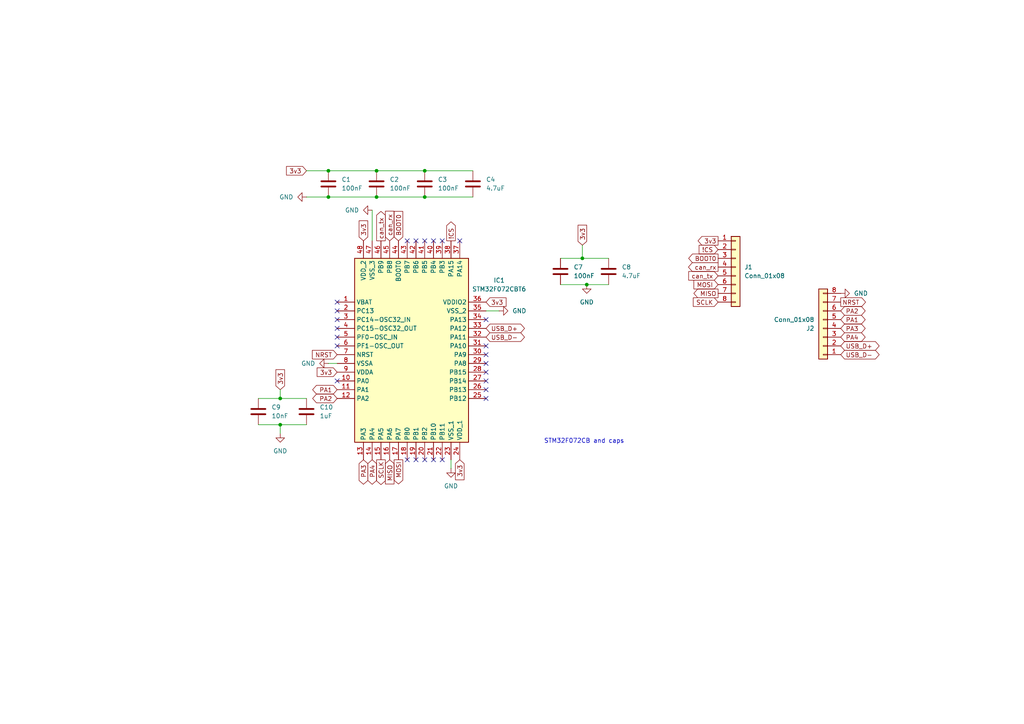
<source format=kicad_sch>
(kicad_sch (version 20250114) (generator "eeschema") (generator_version "9.0")
  (paper "A4")
  (lib_symbols
    (symbol "05-can_encoder:STM32F072CBT6"
      (property "Reference" "IC" (at 39.37 17.78 0))
      (property "Value" "STM32F072CBT6" (at 39.37 15.24 0))
      (symbol "STM32F072CBT6_1_1"
        (rectangle (start 5.08 12.7) (end 38.1 -40.64) (stroke (width 0.254)) (fill (type background)))
        (pin passive line (at 0 0 0) (length 5.08) (name "VBAT") (number "1"))
        (pin passive line (at 0 -2.54 0) (length 5.08) (name "PC13") (number "2"))
        (pin passive line (at 0 -5.08 0) (length 5.08) (name "PC14-OSC32_IN") (number "3"))
        (pin passive line (at 0 -7.62 0) (length 5.08) (name "PC15-OSC32_OUT") (number "4"))
        (pin passive line (at 0 -10.16 0) (length 5.08) (name "PF0-OSC_IN") (number "5"))
        (pin passive line (at 0 -12.7 0) (length 5.08) (name "PF1-OSC_OUT") (number "6"))
        (pin passive line (at 0 -15.24 0) (length 5.08) (name "NRST") (number "7"))
        (pin passive line (at 0 -17.78 0) (length 5.08) (name "VSSA") (number "8"))
        (pin passive line (at 0 -20.32 0) (length 5.08) (name "VDDA") (number "9"))
        (pin passive line (at 0 -22.86 0) (length 5.08) (name "PA0") (number "10"))
        (pin passive line (at 0 -25.4 0) (length 5.08) (name "PA1") (number "11"))
        (pin passive line (at 0 -27.94 0) (length 5.08) (name "PA2") (number "12"))
        (pin passive line (at 7.62 17.78 270) (length 5.08) (name "VDD_2") (number "48"))
        (pin passive line (at 7.62 -45.72 90) (length 5.08) (name "PA3") (number "13"))
        (pin passive line (at 10.16 17.78 270) (length 5.08) (name "VSS_3") (number "47"))
        (pin passive line (at 10.16 -45.72 90) (length 5.08) (name "PA4") (number "14"))
        (pin passive line (at 12.7 17.78 270) (length 5.08) (name "PB9") (number "46"))
        (pin passive line (at 12.7 -45.72 90) (length 5.08) (name "PA5") (number "15"))
        (pin passive line (at 15.24 17.78 270) (length 5.08) (name "PB8") (number "45"))
        (pin passive line (at 15.24 -45.72 90) (length 5.08) (name "PA6") (number "16"))
        (pin passive line (at 17.78 17.78 270) (length 5.08) (name "BOOT0") (number "44"))
        (pin passive line (at 17.78 -45.72 90) (length 5.08) (name "PA7") (number "17"))
        (pin passive line (at 20.32 17.78 270) (length 5.08) (name "PB7") (number "43"))
        (pin passive line (at 20.32 -45.72 90) (length 5.08) (name "PB0") (number "18"))
        (pin passive line (at 22.86 17.78 270) (length 5.08) (name "PB6") (number "42"))
        (pin passive line (at 22.86 -45.72 90) (length 5.08) (name "PB1") (number "19"))
        (pin passive line (at 25.4 17.78 270) (length 5.08) (name "PB5") (number "41"))
        (pin passive line (at 25.4 -45.72 90) (length 5.08) (name "PB2") (number "20"))
        (pin passive line (at 27.94 17.78 270) (length 5.08) (name "PB4") (number "40"))
        (pin passive line (at 27.94 -45.72 90) (length 5.08) (name "PB10") (number "21"))
        (pin passive line (at 30.48 17.78 270) (length 5.08) (name "PB3") (number "39"))
        (pin passive line (at 30.48 -45.72 90) (length 5.08) (name "PB11") (number "22"))
        (pin passive line (at 33.02 17.78 270) (length 5.08) (name "PA15") (number "38"))
        (pin passive line (at 33.02 -45.72 90) (length 5.08) (name "VSS_1") (number "23"))
        (pin passive line (at 35.56 17.78 270) (length 5.08) (name "PA14") (number "37"))
        (pin passive line (at 35.56 -45.72 90) (length 5.08) (name "VDD_1") (number "24"))
        (pin passive line (at 43.18 0 180) (length 5.08) (name "VDDIO2") (number "36"))
        (pin passive line (at 43.18 -2.54 180) (length 5.08) (name "VSS_2") (number "35"))
        (pin passive line (at 43.18 -5.08 180) (length 5.08) (name "PA13") (number "34"))
        (pin passive line (at 43.18 -7.62 180) (length 5.08) (name "PA12") (number "33"))
        (pin passive line (at 43.18 -10.16 180) (length 5.08) (name "PA11") (number "32"))
        (pin passive line (at 43.18 -12.7 180) (length 5.08) (name "PA10") (number "31"))
        (pin passive line (at 43.18 -15.24 180) (length 5.08) (name "PA9") (number "30"))
        (pin passive line (at 43.18 -17.78 180) (length 5.08) (name "PA8") (number "29"))
        (pin passive line (at 43.18 -20.32 180) (length 5.08) (name "PB15") (number "28"))
        (pin passive line (at 43.18 -22.86 180) (length 5.08) (name "PB14") (number "27"))
        (pin passive line (at 43.18 -25.4 180) (length 5.08) (name "PB13") (number "26"))
        (pin passive line (at 43.18 -27.94 180) (length 5.08) (name "PB12") (number "25"))
      )
    )
    (symbol "Connector_Generic:Conn_01x08" (pin_names (offset 1.016) (hide yes))
      (property "Reference" "J" (at 0 10.16 0))
      (property "Value" "Conn_01x08" (at 0 -12.7 0))
      (symbol "Conn_01x08_1_1"
        (rectangle (start -1.27 8.89) (end 1.27 -11.43) (stroke (width 0.254)) (fill (type background)))
        (rectangle (start -1.27 7.747) (end 0 7.493) (stroke (width 0.1524)))
        (rectangle (start -1.27 5.207) (end 0 4.953) (stroke (width 0.1524)))
        (rectangle (start -1.27 2.667) (end 0 2.413) (stroke (width 0.1524)))
        (rectangle (start -1.27 0.127) (end 0 -0.127) (stroke (width 0.1524)))
        (rectangle (start -1.27 -2.413) (end 0 -2.667) (stroke (width 0.1524)))
        (rectangle (start -1.27 -4.953) (end 0 -5.207) (stroke (width 0.1524)))
        (rectangle (start -1.27 -7.493) (end 0 -7.747) (stroke (width 0.1524)))
        (rectangle (start -1.27 -10.033) (end 0 -10.287) (stroke (width 0.1524)))
        (pin passive line (at -5.08 7.62 0) (length 3.81) (name "Pin_1") (number "1"))
        (pin passive line (at -5.08 5.08 0) (length 3.81) (name "Pin_2") (number "2"))
        (pin passive line (at -5.08 2.54 0) (length 3.81) (name "Pin_3") (number "3"))
        (pin passive line (at -5.08 0 0) (length 3.81) (name "Pin_4") (number "4"))
        (pin passive line (at -5.08 -2.54 0) (length 3.81) (name "Pin_5") (number "5"))
        (pin passive line (at -5.08 -5.08 0) (length 3.81) (name "Pin_6") (number "6"))
        (pin passive line (at -5.08 -7.62 0) (length 3.81) (name "Pin_7") (number "7"))
        (pin passive line (at -5.08 -10.16 0) (length 3.81) (name "Pin_8") (number "8"))
      )
    )
    (symbol "Device:C" (pin_numbers (hide yes)) (pin_names (offset 0.254))
      (property "Reference" "C" (at 0.635 2.54 0))
      (property "Value" "C" (at 0.635 -2.54 0))
      (symbol "C_0_1"
        (polyline (pts (xy -2.032 0.762) (xy 2.032 0.762)) (stroke (width 0.508)))
        (polyline (pts (xy -2.032 -0.762) (xy 2.032 -0.762)) (stroke (width 0.508)))
      )
      (symbol "C_1_1"
        (pin passive line (at 0 3.81 270) (length 2.794) (name "~") (number "1"))
        (pin passive line (at 0 -3.81 90) (length 2.794) (name "~") (number "2"))
      )
    )
    (symbol "power:GND" (power) (pin_numbers (hide yes)) (pin_names (offset 0) (hide yes))
      (property "Value" "GND" (at 0 -3.81 0))
      (symbol "GND_0_1"
        (polyline (pts (xy 0 0) (xy 0 -1.27) (xy 1.27 -1.27) (xy 0 -2.54) (xy -1.27 -1.27) (xy 0 -1.27)))
      )
      (symbol "GND_1_1"
        (pin power_in line (at 0 0 270) (length 0) (name "~") (number "1"))
      )
    )
  )
  (text "STM32F072CB and caps" (at 169.418 128.016 0) (effects (font (size 1.27 1.27))))
  (junction (at 81.28 115.57))
  (junction (at 170.18 82.55))
  (junction (at 123.19 57.15))
  (junction (at 95.25 57.15))
  (junction (at 123.19 49.53))
  (junction (at 95.25 49.53))
  (junction (at 168.91 74.93))
  (junction (at 109.22 49.53))
  (junction (at 81.28 123.19))
  (junction (at 109.22 57.15))
  (no_connect (at 118.11 133.35))
  (no_connect (at 120.65 69.85))
  (no_connect (at 140.97 107.95))
  (no_connect (at 97.79 110.49))
  (no_connect (at 128.27 133.35))
  (no_connect (at 97.79 92.71))
  (no_connect (at 123.19 133.35))
  (no_connect (at 140.97 113.03))
  (no_connect (at 125.73 133.35))
  (no_connect (at 120.65 133.35))
  (no_connect (at 140.97 100.33))
  (no_connect (at 97.79 87.63))
  (no_connect (at 97.79 100.33))
  (no_connect (at 140.97 102.87))
  (no_connect (at 97.79 90.17))
  (no_connect (at 140.97 92.71))
  (no_connect (at 133.35 69.85))
  (no_connect (at 140.97 105.41))
  (no_connect (at 118.11 69.85))
  (no_connect (at 140.97 115.57))
  (no_connect (at 97.79 95.25))
  (no_connect (at 128.27 69.85))
  (no_connect (at 97.79 97.79))
  (no_connect (at 125.73 69.85))
  (no_connect (at 123.19 69.85))
  (no_connect (at 140.97 110.49))
  (wire (pts (xy 109.22 49.53) (xy 123.19 49.53)))
  (wire (pts (xy 109.22 57.15) (xy 123.19 57.15)))
  (wire (pts (xy 81.28 123.19) (xy 81.28 125.73)))
  (wire (pts (xy 123.19 49.53) (xy 137.16 49.53)))
  (wire (pts (xy 81.28 113.03) (xy 81.28 115.57)))
  (wire (pts (xy 81.28 123.19) (xy 88.9 123.19)))
  (wire (pts (xy 123.19 57.15) (xy 137.16 57.15)))
  (wire (pts (xy 168.91 74.93) (xy 176.53 74.93)))
  (wire (pts (xy 162.56 82.55) (xy 170.18 82.55)))
  (wire (pts (xy 107.95 60.96) (xy 107.95 69.85)))
  (wire (pts (xy 88.9 57.15) (xy 95.25 57.15)))
  (wire (pts (xy 130.81 133.35) (xy 130.81 135.89)))
  (wire (pts (xy 95.25 57.15) (xy 109.22 57.15)))
  (wire (pts (xy 140.97 90.17) (xy 144.78 90.17)))
  (wire (pts (xy 168.91 71.12) (xy 168.91 74.93)))
  (wire (pts (xy 170.18 82.55) (xy 176.53 82.55)))
  (wire (pts (xy 162.56 74.93) (xy 168.91 74.93)))
  (wire (pts (xy 74.93 115.57) (xy 81.28 115.57)))
  (wire (pts (xy 95.25 49.53) (xy 109.22 49.53)))
  (wire (pts (xy 88.9 49.53) (xy 95.25 49.53)))
  (wire (pts (xy 95.25 105.41) (xy 97.79 105.41)))
  (wire (pts (xy 74.93 123.19) (xy 81.28 123.19)))
  (wire (pts (xy 81.28 115.57) (xy 88.9 115.57)))
  (global_label "NRST" (shape input) (at 97.79 102.87 180) (property "Intersheetrefs" "${INTERSHEET_REFS}" (effects (hide yes))))
  (global_label "MOSI" (shape input) (at 208.28 82.55 180) (property "Intersheetrefs" "${INTERSHEET_REFS}" (effects (hide yes))))
  (global_label "!CS" (shape input) (at 208.28 72.39 180) (property "Intersheetrefs" "${INTERSHEET_REFS}" (effects (hide yes))))
  (global_label "BOOT0" (shape output) (at 208.28 74.93 180) (property "Intersheetrefs" "${INTERSHEET_REFS}" (effects (hide yes))))
  (global_label "USB_D-" (shape bidirectional) (at 140.97 97.79 0) (property "Intersheetrefs" "${INTERSHEET_REFS}" (effects (hide yes))))
  (global_label "3v3" (shape input) (at 105.41 69.85 90) (property "Intersheetrefs" "${INTERSHEET_REFS}" (effects (hide yes))))
  (global_label "PA3" (shape bidirectional) (at 243.84 95.25 0) (property "Intersheetrefs" "${INTERSHEET_REFS}" (effects (hide yes))))
  (global_label "SCLK" (shape output) (at 110.49 133.35 270) (property "Intersheetrefs" "${INTERSHEET_REFS}" (effects (hide yes))))
  (global_label "USB_D+" (shape bidirectional) (at 243.84 100.33 0) (property "Intersheetrefs" "${INTERSHEET_REFS}" (effects (hide yes))))
  (global_label "PA2" (shape bidirectional) (at 97.79 115.57 180) (property "Intersheetrefs" "${INTERSHEET_REFS}" (effects (hide yes))))
  (global_label "3v3" (shape input) (at 81.28 113.03 90) (property "Intersheetrefs" "${INTERSHEET_REFS}" (effects (hide yes))))
  (global_label "PA4" (shape bidirectional) (at 243.84 97.79 0) (property "Intersheetrefs" "${INTERSHEET_REFS}" (effects (hide yes))))
  (global_label "!CS" (shape output) (at 130.81 69.85 90) (property "Intersheetrefs" "${INTERSHEET_REFS}" (effects (hide yes))))
  (global_label "3v3" (shape input) (at 88.9 49.53 180) (property "Intersheetrefs" "${INTERSHEET_REFS}" (effects (hide yes))))
  (global_label "3v3" (shape output) (at 208.28 69.85 180) (property "Intersheetrefs" "${INTERSHEET_REFS}" (effects (hide yes))))
  (global_label "3v3" (shape input) (at 133.35 133.35 270) (property "Intersheetrefs" "${INTERSHEET_REFS}" (effects (hide yes))))
  (global_label "USB_D+" (shape bidirectional) (at 140.97 95.25 0) (property "Intersheetrefs" "${INTERSHEET_REFS}" (effects (hide yes))))
  (global_label "can_tx" (shape input) (at 208.28 80.01 180) (property "Intersheetrefs" "${INTERSHEET_REFS}" (effects (hide yes))))
  (global_label "SCLK" (shape input) (at 208.28 87.63 180) (property "Intersheetrefs" "${INTERSHEET_REFS}" (effects (hide yes))))
  (global_label "3v3" (shape input) (at 168.91 71.12 90) (property "Intersheetrefs" "${INTERSHEET_REFS}" (effects (hide yes))))
  (global_label "BOOT0" (shape input) (at 115.57 69.85 90) (property "Intersheetrefs" "${INTERSHEET_REFS}" (effects (hide yes))))
  (global_label "PA1" (shape bidirectional) (at 97.79 113.03 180) (property "Intersheetrefs" "${INTERSHEET_REFS}" (effects (hide yes))))
  (global_label "can_rx" (shape output) (at 208.28 77.47 180) (property "Intersheetrefs" "${INTERSHEET_REFS}" (effects (hide yes))))
  (global_label "MISO" (shape input) (at 113.03 133.35 270) (property "Intersheetrefs" "${INTERSHEET_REFS}" (effects (hide yes))))
  (global_label "can_tx" (shape output) (at 110.49 69.85 90) (property "Intersheetrefs" "${INTERSHEET_REFS}" (effects (hide yes))))
  (global_label "PA1" (shape bidirectional) (at 243.84 92.71 0) (property "Intersheetrefs" "${INTERSHEET_REFS}" (effects (hide yes))))
  (global_label "3v3" (shape input) (at 140.97 87.63 0) (property "Intersheetrefs" "${INTERSHEET_REFS}" (effects (hide yes))))
  (global_label "PA4" (shape bidirectional) (at 107.95 133.35 270) (property "Intersheetrefs" "${INTERSHEET_REFS}" (effects (hide yes))))
  (global_label "can_rx" (shape input) (at 113.03 69.85 90) (property "Intersheetrefs" "${INTERSHEET_REFS}" (effects (hide yes))))
  (global_label "3v3" (shape input) (at 97.79 107.95 180) (property "Intersheetrefs" "${INTERSHEET_REFS}" (effects (hide yes))))
  (global_label "MOSI" (shape output) (at 115.57 133.35 270) (property "Intersheetrefs" "${INTERSHEET_REFS}" (effects (hide yes))))
  (global_label "PA3" (shape bidirectional) (at 105.41 133.35 270) (property "Intersheetrefs" "${INTERSHEET_REFS}" (effects (hide yes))))
  (global_label "PA2" (shape bidirectional) (at 243.84 90.17 0) (property "Intersheetrefs" "${INTERSHEET_REFS}" (effects (hide yes))))
  (global_label "NRST" (shape output) (at 243.84 87.63 0) (property "Intersheetrefs" "${INTERSHEET_REFS}" (effects (hide yes))))
  (global_label "USB_D-" (shape bidirectional) (at 243.84 102.87 0) (property "Intersheetrefs" "${INTERSHEET_REFS}" (effects (hide yes))))
  (global_label "MISO" (shape output) (at 208.28 85.09 180) (property "Intersheetrefs" "${INTERSHEET_REFS}" (effects (hide yes))))
  (symbol (lib_id "Device:C") (at 109.22 53.34 0) (unit 1)
    (property "Reference" "C2" (at 113.03 52.0699 0) (effects (justify left)))
    (property "Value" "100nF" (at 113.03 54.6099 0) (effects (justify left)))
    (property "Footprint" "Capacitor_SMD:C_0603_1608Metric" (effects (hide yes)))
    (property "Description" "Unpolarized capacitor" (effects (hide yes)))
  )
  (symbol (lib_id "power:GND") (at 130.81 135.89 0) (unit 1)
    (property "Reference" "#PWR06" (effects (hide yes)))
    (property "Value" "GND" (at 130.81 140.97 0))
    (property "Description" "Power symbol creates a global label with name \"GND\" , ground" (effects (hide yes)))
  )
  (symbol (lib_id "power:GND") (at 88.9 57.15 270) (unit 1)
    (property "Reference" "#PWR09" (effects (hide yes)))
    (property "Value" "GND" (at 85.09 57.1499 90) (effects (justify right)))
    (property "Description" "Power symbol creates a global label with name \"GND\" , ground" (effects (hide yes)))
  )
  (symbol (lib_id "power:GND") (at 81.28 125.73 0) (unit 1)
    (property "Reference" "#PWR014" (effects (hide yes)))
    (property "Value" "GND" (at 81.28 130.81 0))
    (property "Description" "Power symbol creates a global label with name \"GND\" , ground" (effects (hide yes)))
  )
  (symbol (lib_id "Device:C") (at 95.25 53.34 0) (unit 1)
    (property "Reference" "C1" (at 99.06 52.0699 0) (effects (justify left)))
    (property "Value" "100nF" (at 99.06 54.6099 0) (effects (justify left)))
    (property "Footprint" "Capacitor_SMD:C_0603_1608Metric" (effects (hide yes)))
    (property "Description" "Unpolarized capacitor" (effects (hide yes)))
  )
  (symbol (lib_id "Device:C") (at 74.93 119.38 0) (unit 1)
    (property "Reference" "C9" (at 78.74 118.1099 0) (effects (justify left)))
    (property "Value" "10nF" (at 78.74 120.6499 0) (effects (justify left)))
    (property "Footprint" "Capacitor_SMD:C_0603_1608Metric" (effects (hide yes)))
    (property "Description" "Unpolarized capacitor" (effects (hide yes)))
  )
  (symbol (lib_id "power:GND") (at 243.84 85.09 90) (unit 1)
    (property "Reference" "#PWR01" (effects (hide yes)))
    (property "Value" "GND" (at 247.65 85.0899 90) (effects (justify right)))
    (property "Description" "Power symbol creates a global label with name \"GND\" , ground" (effects (hide yes)))
  )
  (symbol (lib_id "Device:C") (at 137.16 53.34 0) (unit 1)
    (property "Reference" "C4" (at 140.97 52.0699 0) (effects (justify left)))
    (property "Value" "4.7uF" (at 140.97 54.6099 0) (effects (justify left)))
    (property "Footprint" "Capacitor_SMD:C_0603_1608Metric" (effects (hide yes)))
    (property "Description" "Unpolarized capacitor" (effects (hide yes)))
  )
  (symbol (lib_id "Device:C") (at 123.19 53.34 0) (unit 1)
    (property "Reference" "C3" (at 127 52.0699 0) (effects (justify left)))
    (property "Value" "100nF" (at 127 54.6099 0) (effects (justify left)))
    (property "Footprint" "Capacitor_SMD:C_0603_1608Metric" (effects (hide yes)))
    (property "Description" "Unpolarized capacitor" (effects (hide yes)))
  )
  (symbol (lib_id "05-can_encoder:STM32F072CBT6") (at 97.79 87.63 0) (unit 1)
    (property "Reference" "IC1" (at 144.78 81.3114 0))
    (property "Value" "STM32F072CBT6" (at 144.78 83.8514 0))
    (property "Footprint" "can_encoder:STM32F072CBT6" (effects (hide yes)))
    (property "Datasheet" "https://www.st.com/resource/en/datasheet/stm32f072c8.pdf" (effects (hide yes)))
    (property "Description" "Arm-based 32-bit MCU, up to 128 KB Flash, crystal-less USB FS 2.0, CAN, 12 timers, ADC, DAC & comm. interfaces, 2.0 - 3.6 V" (effects (hide yes)))
    (property "Height" "1.6" (effects (hide yes)))
    (property "Mouser Part Number" "511-STM32F072CBT6" (effects (hide yes)))
    (property "Mouser Price/Stock" "https://www.mouser.co.uk/ProductDetail/STMicroelectronics/STM32F072CBT6?qs=xf9JV0PLFEfBqXx8wKtR8A%3D%3D" (effects (hide yes)))
    (property "Manufacturer_Name" "STMicroelectronics" (effects (hide yes)))
    (property "Manufacturer_Part_Number" "STM32F072CBT6" (effects (hide yes)))
  )
  (symbol (lib_id "Connector_Generic:Conn_01x08") (at 238.76 95.25 180) (unit 1)
    (property "Reference" "J2" (at 236.22 95.2501 0) (effects (justify left)))
    (property "Value" "Conn_01x08" (at 236.22 92.7101 0) (effects (justify left)))
    (property "Footprint" "Connector_PinHeader_2.54mm:PinHeader_1x08_P2.54mm_Vertical" (effects (hide yes)))
    (property "Description" "Generic connector, single row, 01x08, script generated (kicad-library-utils/schlib/autogen/connector/)" (effects (hide yes)))
  )
  (symbol (lib_id "Device:C") (at 162.56 78.74 0) (unit 1)
    (property "Reference" "C7" (at 166.37 77.4699 0) (effects (justify left)))
    (property "Value" "100nF" (at 166.37 80.0099 0) (effects (justify left)))
    (property "Footprint" "Capacitor_SMD:C_0603_1608Metric" (effects (hide yes)))
    (property "Description" "Unpolarized capacitor" (effects (hide yes)))
  )
  (symbol (lib_id "power:GND") (at 144.78 90.17 90) (unit 1)
    (property "Reference" "#PWR03" (effects (hide yes)))
    (property "Value" "GND" (at 148.59 90.1699 90) (effects (justify right)))
    (property "Description" "Power symbol creates a global label with name \"GND\" , ground" (effects (hide yes)))
  )
  (symbol (lib_id "Device:C") (at 88.9 119.38 0) (unit 1)
    (property "Reference" "C10" (at 92.71 118.1099 0) (effects (justify left)))
    (property "Value" "1uF" (at 92.71 120.6499 0) (effects (justify left)))
    (property "Footprint" "Capacitor_SMD:C_0603_1608Metric" (effects (hide yes)))
    (property "Description" "Unpolarized capacitor" (effects (hide yes)))
  )
  (symbol (lib_id "power:GND") (at 107.95 60.96 270) (unit 1)
    (property "Reference" "#PWR04" (effects (hide yes)))
    (property "Value" "GND" (at 104.14 60.9599 90) (effects (justify right)))
    (property "Description" "Power symbol creates a global label with name \"GND\" , ground" (effects (hide yes)))
  )
  (symbol (lib_id "power:GND") (at 170.18 82.55 0) (unit 1)
    (property "Reference" "#PWR013" (effects (hide yes)))
    (property "Value" "GND" (at 170.18 87.63 0))
    (property "Description" "Power symbol creates a global label with name \"GND\" , ground" (effects (hide yes)))
  )
  (symbol (lib_id "Device:C") (at 176.53 78.74 0) (unit 1)
    (property "Reference" "C8" (at 180.34 77.4699 0) (effects (justify left)))
    (property "Value" "4.7uF" (at 180.34 80.0099 0) (effects (justify left)))
    (property "Footprint" "Capacitor_SMD:C_0603_1608Metric" (effects (hide yes)))
    (property "Description" "Unpolarized capacitor" (effects (hide yes)))
  )
  (symbol (lib_id "power:GND") (at 95.25 105.41 270) (unit 1)
    (property "Reference" "#PWR05" (effects (hide yes)))
    (property "Value" "GND" (at 91.44 105.4099 90) (effects (justify right)))
    (property "Description" "Power symbol creates a global label with name \"GND\" , ground" (effects (hide yes)))
  )
  (symbol (lib_id "Connector_Generic:Conn_01x08") (at 213.36 77.47 0) (unit 1)
    (property "Reference" "J1" (at 215.9 77.4699 0) (effects (justify left)))
    (property "Value" "Conn_01x08" (at 215.9 80.0099 0) (effects (justify left)))
    (property "Footprint" "Connector_PinHeader_2.54mm:PinHeader_1x08_P2.54mm_Vertical" (effects (hide yes)))
    (property "Description" "Generic connector, single row, 01x08, script generated (kicad-library-utils/schlib/autogen/connector/)" (effects (hide yes)))
  )
)
</source>
